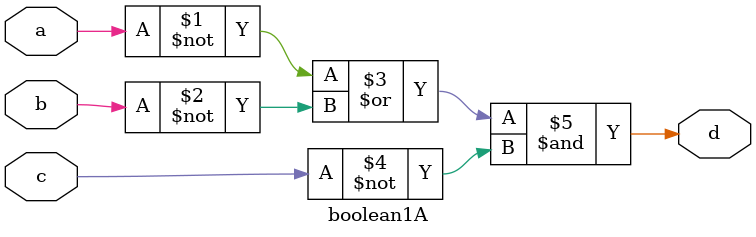
<source format=v>
`timescale 1ns / 1ps


module boolean1A(
    input a, b, c,
    output d
    );
    
assign d=((~a)|(~b))&(~c);

endmodule

</source>
